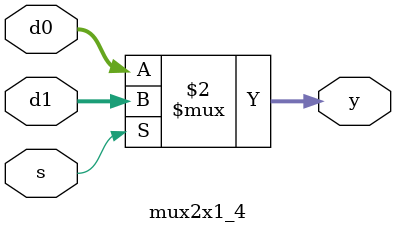
<source format=v>
module mux2x1_4 # (parameter WIDTH =19)
(input [WIDTH-1:0] d0, d1,
input s,
output [WIDTH-1:0] y);
assign y=(s==1'b0) ? d0 : d1;
endmodule
</source>
